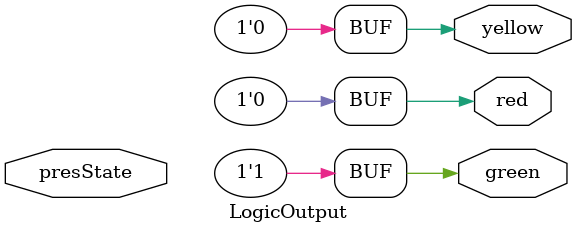
<source format=v>
module LogicOutput(presState, green, yellow, red);
	input [1:0] presState;
	output reg green, yellow, red;
	
	
	always@(*) begin
		case(presState) 
			green: begin
				green = 1;
				yellow = 0;
				red = 0;
			end
			yellow: begin
				green = 0;
				yellow = 1;
				red = 0;
			end
			yellow: begin
				green = 0;
				yellow = 0;
				red = 1;
			end
			default: begin
				green = 1;
				yellow = 0;
				red = 0;
			end
		endcase
	end
endmodule
</source>
